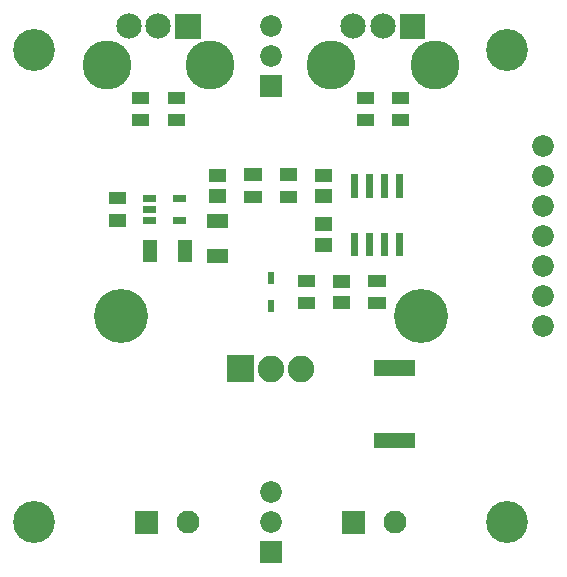
<source format=gbs>
G04 start of page 8 for group -4062 idx -4062 *
G04 Title: Current - Sink or Swim, soldermask *
G04 Creator: pcb 1.99z *
G04 CreationDate: Tue 14 Apr 2015 12:04:08 AM GMT UTC *
G04 For: eelco *
G04 Format: Gerber/RS-274X *
G04 PCB-Dimensions (mil): 3937.01 3937.01 *
G04 PCB-Coordinate-Origin: lower left *
%MOIN*%
%FSLAX25Y25*%
%LNBOTTOMMASK*%
%ADD81R,0.0472X0.0472*%
%ADD80R,0.0236X0.0236*%
%ADD79R,0.0413X0.0413*%
%ADD78R,0.0453X0.0453*%
%ADD77R,0.0197X0.0197*%
%ADD76R,0.0512X0.0512*%
%ADD75C,0.1634*%
%ADD74C,0.0846*%
%ADD73C,0.0768*%
%ADD72C,0.0886*%
%ADD71C,0.0001*%
%ADD70C,0.0728*%
%ADD69C,0.1800*%
%ADD68C,0.1398*%
G54D68*X275591Y118110D03*
X118110D03*
G54D69*X146850Y187008D03*
X246850D03*
G54D70*X287500Y193701D03*
Y183701D03*
G54D71*G36*
X193209Y111752D02*Y104469D01*
X200492D01*
Y111752D01*
X193209D01*
G37*
G36*
X182421Y173720D02*Y164862D01*
X191280D01*
Y173720D01*
X182421D01*
G37*
G54D72*X196850Y169291D03*
X206850D03*
G54D70*X196850Y118110D03*
Y128110D03*
G54D71*G36*
X151673Y121949D02*Y114272D01*
X159350D01*
Y121949D01*
X151673D01*
G37*
G54D73*X169291Y118110D03*
G54D71*G36*
X220571Y121949D02*Y114272D01*
X228248D01*
Y121949D01*
X220571D01*
G37*
G54D73*X238189Y118110D03*
G54D71*G36*
X165059Y287697D02*Y279232D01*
X173524D01*
Y287697D01*
X165059D01*
G37*
G54D74*X159449Y283465D03*
G54D70*X196850Y283622D03*
G54D74*X149606Y283465D03*
G54D75*X176772Y270472D03*
G54D71*G36*
X193209Y267264D02*Y259980D01*
X200492D01*
Y267264D01*
X193209D01*
G37*
G54D70*X196850Y273622D03*
G54D75*X142126Y270472D03*
G54D68*X118110Y275591D03*
G54D71*G36*
X239862Y287697D02*Y279232D01*
X248327D01*
Y287697D01*
X239862D01*
G37*
G54D74*X234252Y283465D03*
X224409D03*
G54D75*X216929Y270472D03*
X251575D03*
G54D68*X275591Y275591D03*
G54D70*X287500Y233701D03*
Y243701D03*
Y213701D03*
Y223701D03*
Y203701D03*
G54D76*X233858Y169488D02*X242520D01*
X233858Y145472D02*X242520D01*
G54D77*X196850Y191240D02*Y189075D01*
G54D78*X219882Y191437D02*X221063D01*
G54D79*X231496Y191142D02*X233071D01*
X207874D02*X209449D01*
X152756Y252165D02*X154331D01*
X152756Y259646D02*X154331D01*
X164567D02*X166142D01*
X164567Y252165D02*X166142D01*
G54D80*X155315Y218701D02*X157480D01*
X155315Y222441D02*X157480D01*
X155315Y226181D02*X157480D01*
G54D79*X144882Y218701D02*X146457D01*
X144882Y226181D02*X146457D01*
G54D80*X165354D02*X167520D01*
X165354Y218701D02*X167520D01*
G54D81*X156594Y209941D02*Y207382D01*
X168209Y209941D02*Y207382D01*
G54D77*X196850Y200689D02*Y198524D01*
G54D81*X177854Y206890D02*X180413D01*
G54D78*X213976Y210630D02*X215157D01*
G54D79*X207874Y198622D02*X209449D01*
X190157Y226575D02*X191732D01*
X201969D02*X203543D01*
G54D81*X177854Y218504D02*X180413D01*
G54D78*X178543Y226870D02*X179724D01*
X213976Y217520D02*X215157D01*
X213976Y226870D02*X215157D01*
G54D79*X190157Y234055D02*X191732D01*
X201969D02*X203543D01*
G54D78*X178543Y233760D02*X179724D01*
G54D79*X227559Y252165D02*X229134D01*
X227559Y259646D02*X229134D01*
X239370D02*X240945D01*
X239370Y252165D02*X240945D01*
G54D78*X219882Y198327D02*X221063D01*
G54D79*X231496Y198622D02*X233071D01*
G54D80*X239783Y213386D02*Y208071D01*
X234783Y213386D02*Y208071D01*
X229783Y213386D02*Y208071D01*
X224783Y213386D02*Y208071D01*
G54D78*X213976Y233760D02*X215157D01*
G54D80*X224783Y232874D02*Y227559D01*
X229783Y232874D02*Y227559D01*
X234783Y232874D02*Y227559D01*
X239783Y232874D02*Y227559D01*
M02*

</source>
